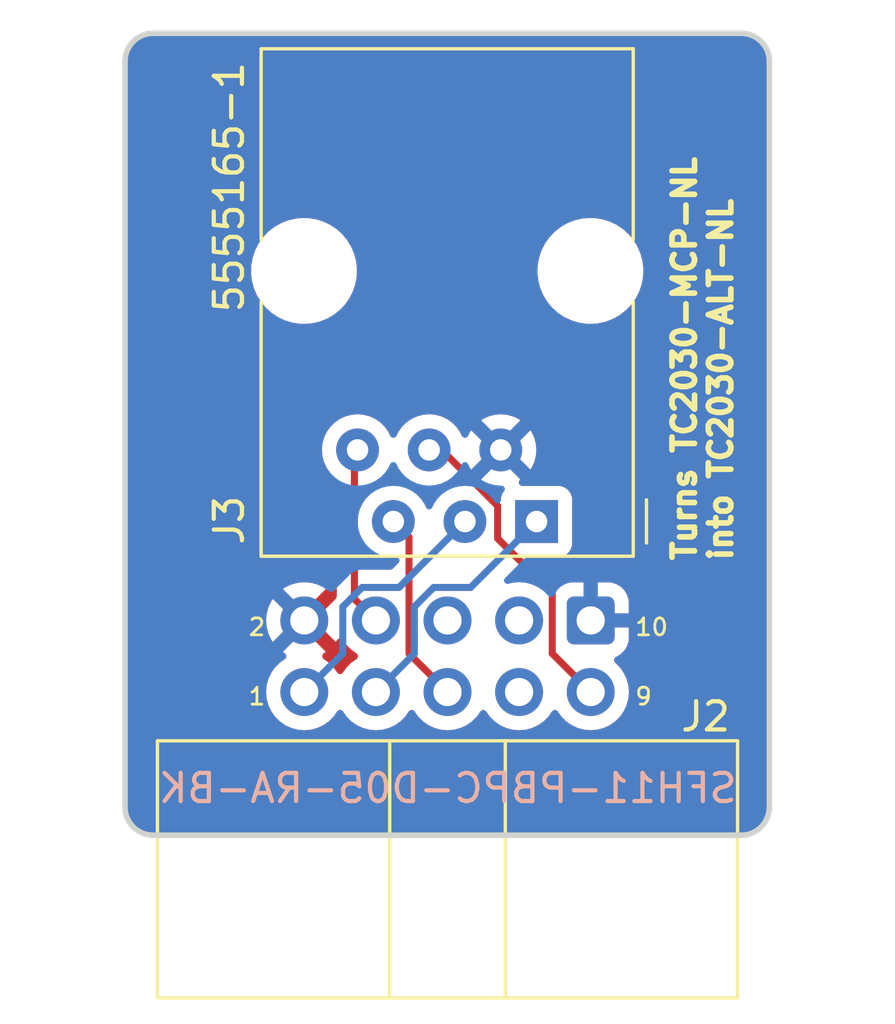
<source format=kicad_pcb>
(kicad_pcb (version 20221018) (generator pcbnew)
  (layers (0 "F.Cu" signal) (31 "B.Cu" signal) (34 "B.Paste" user) (35 "F.Paste" user) (36 "B.SilkS" user "B.Silkscreen") (37 "F.SilkS" user "F.Silkscreen") (38 "B.Mask" user) (39 "F.Mask" user) (44 "Edge.Cuts" user))
  (net 0 "")
  (net 1 "GND")
  (net 2 "TCLK")
  (net 3 "TDO")
  (net 4 "TMS")
  (net 5 "TDI")
  (net 6 "VREF")
  (footprint "Connector_IDC:IDC-Header_2x05_P2.54mm_Horizontal" (layer "F.Cu") (at 25.908 6.723 -90)
    (fp_text reference "J2" (at -2.8035 -9.154858 -180) (layer "F.SilkS"))
    (fp_text value "SFH11-PBPC-D05-RA-BK" (at -0.2635 -0.010858 -180) (layer "B.SilkS") (effects (justify mirror)))
    (fp_line (start -1.945 -10.29) (end 7.175 -10.29) (stroke (width 0.12)) (layer "F.SilkS"))
    (fp_line (start -1.945 -2.05) (end 7.175 -2.05) (stroke (width 0.12)) (layer "F.SilkS"))
    (fp_line (start -1.945 2.05) (end 7.175 2.05) (stroke (width 0.12)) (layer "F.SilkS"))
    (fp_line (start -1.945 10.29) (end -1.945 -10.29) (stroke (width 0.12)) (layer "F.SilkS"))
    (fp_line (start 7.175 -10.29) (end 7.175 10.29) (stroke (width 0.12)) (layer "F.SilkS"))
    (fp_line (start 7.175 10.29) (end -1.945 10.29) (stroke (width 0.12)) (layer "F.SilkS"))
    (pad "1" thru_hole roundrect (at -6.215 -5.08 270) (size 1.7 1.7) (drill 1) (layers "*.Cu" "*.Mask") (roundrect_rratio 0.147059) (net 1 "GND"))
    (pad "2" thru_hole circle (at -3.675 -5.08 270) (size 1.7 1.7) (drill 1) (layers "*.Cu" "*.Mask") (net 5 "TDI"))
    (pad "3" thru_hole circle (at -6.215 -2.54 270) (size 1.7 1.7) (drill 1) (layers "*.Cu" "*.Mask"))
    (pad "4" thru_hole circle (at -3.675 -2.54 270) (size 1.7 1.7) (drill 1) (layers "*.Cu" "*.Mask"))
    (pad "5" thru_hole circle (at -6.215 0 270) (size 1.7 1.7) (drill 1) (layers "*.Cu" "*.Mask"))
    (pad "6" thru_hole circle (at -3.675 0 270) (size 1.7 1.7) (drill 1) (layers "*.Cu" "*.Mask") (net 4 "TMS"))
    (pad "7" thru_hole circle (at -6.215 2.54 270) (size 1.7 1.7) (drill 1) (layers "*.Cu" "*.Mask") (net 6 "VREF"))
    (pad "8" thru_hole circle (at -3.675 2.54 270) (size 1.7 1.7) (drill 1) (layers "*.Cu" "*.Mask") (net 3 "TDO"))
    (pad "9" thru_hole circle (at -6.215 5.08 270) (size 1.7 1.7) (drill 1) (layers "*.Cu" "*.Mask") (net 1 "GND"))
    (pad "10" thru_hole circle (at -3.675 5.08 270) (size 1.7 1.7) (drill 1) (layers "*.Cu" "*.Mask") (net 2 "TCLK"))
  )
  (footprint "biolite-kicad-lib:CONN_RJ12" (layer "F.Cu") (at 29.067142 -3 180)
    (fp_text reference "J3" hide)
    (fp_text value "5555165-1" (at 10.906142 11.859 90) (layer "F.SilkS"))
    (fp_text user "${REFERENCE}" (at 10.906142 0.048 90) (layer "F.SilkS"))
    (fp_line (start -3.9 0.77) (end -3.9 -0.76) (stroke (width 0.12)) (layer "F.SilkS"))
    (fp_line (start -3.43 -1.23) (end 9.77 -1.23) (stroke (width 0.12)) (layer "F.SilkS"))
    (fp_line (start -3.43 7.72) (end -3.43 7.79) (stroke (width 0.1)) (layer "F.SilkS"))
    (fp_line (start -3.43 7.79) (end -3.43 -1.23) (stroke (width 0.12)) (layer "F.SilkS"))
    (fp_line (start -3.43 16.77) (end -3.43 9.99) (stroke (width 0.12)) (layer "F.SilkS"))
    (fp_line (start 9.77 -1.23) (end 9.77 7.79) (stroke (width 0.12)) (layer "F.SilkS"))
    (fp_line (start 9.77 16.65) (end 9.77 16.77) (stroke (width 0.1)) (layer "F.SilkS"))
    (fp_line (start 9.77 16.76) (end 9.77 16.77) (stroke (width 0.1)) (layer "F.SilkS"))
    (fp_line (start 9.77 16.77) (end -3.43 16.77) (stroke (width 0.12)) (layer "F.SilkS"))
    (fp_line (start 9.77 16.77) (end 9.77 9.99) (stroke (width 0.12)) (layer "F.SilkS"))
    (pad "" np_thru_hole circle locked (at -1.91 8.89 180) (size 3.25 3.25) (drill 3.25) (layers "*.Cu" "*.Mask"))
    (pad "" np_thru_hole circle locked (at 8.25 8.89 180) (size 3.25 3.25) (drill 3.25) (layers "*.Cu" "*.Mask"))
    (pad "1" thru_hole rect locked (at 0 0 180) (size 1.52 1.52) (drill 0.76) (layers "*.Cu" "*.Mask") (net 3 "TDO"))
    (pad "2" thru_hole circle locked (at 1.27 2.54 180) (size 1.52 1.52) (drill 0.76) (layers "*.Cu" "*.Mask") (net 1 "GND"))
    (pad "3" thru_hole circle locked (at 2.54 0 180) (size 1.52 1.52) (drill 0.76) (layers "*.Cu" "*.Mask") (net 2 "TCLK"))
    (pad "4" thru_hole circle locked (at 3.81 2.54 180) (size 1.52 1.52) (drill 0.76) (layers "*.Cu" "*.Mask") (net 5 "TDI"))
    (pad "5" thru_hole circle locked (at 5.08 0 180) (size 1.52 1.52) (drill 0.76) (layers "*.Cu" "*.Mask") (net 4 "TMS"))
    (pad "6" thru_hole circle locked (at 6.35 2.54 180) (size 1.52 1.52) (drill 0.76) (layers "*.Cu" "*.Mask") (net 6 "VREF"))
  )
  (gr_line (start 14.467142 7.128) (end 14.467142 -19.32) (stroke (width 0.2)) (layer "Edge.Cuts"))
  (gr_line (start 37.327142 -19.32) (end 37.327142 7.128) (stroke (width 0.2)) (layer "Edge.Cuts"))
  (gr_line (start 15.467142 -20.32) (end 36.327142 -20.32) (stroke (width 0.2)) (layer "Edge.Cuts"))
  (gr_arc (start 15.467142 8.128) (mid 14.760008 7.835122) (end 14.467142 7.128) (stroke (width 0.2)) (layer "Edge.Cuts"))
  (gr_arc (start 36.327142 -20.32) (mid 37.034249 -20.027107) (end 37.327142 -19.32) (stroke (width 0.2)) (layer "Edge.Cuts"))
  (gr_arc (start 37.327142 7.128) (mid 37.034251 7.835122) (end 36.327142 8.128) (stroke (width 0.2)) (layer "Edge.Cuts"))
  (gr_arc (start 14.467142 -19.32) (mid 14.760035 -20.027107) (end 15.467142 -20.32) (stroke (width 0.2)) (layer "Edge.Cuts"))
  (gr_line (start 36.327142 8.128) (end 15.467142 8.128) (stroke (width 0.2)) (layer "Edge.Cuts"))
  (gr_text "10" (at 32.512 1.097) (layer "F.SilkS") (effects (font (size 0.6 0.6) (thickness 0.1) bold) (justify left bottom)))
  (gr_text "1" (at 18.796 3.556) (layer "F.SilkS") (effects (font (size 0.6 0.6) (thickness 0.1) bold) (justify left bottom)))
  (gr_text "Turns TC2030-MCP-NL\ninto TC2030-ALT-NL" (at 36.068 -1.524 90) (layer "F.SilkS") (effects (font (size 0.8 0.8) (thickness 0.2) bold) (justify left bottom)))
  (gr_text "9" (at 32.512 3.556) (layer "F.SilkS") (effects (font (size 0.6 0.6) (thickness 0.1) bold) (justify left bottom)))
  (gr_text "2" (at 18.796 1.097) (layer "F.SilkS") (effects (font (size 0.6 0.6) (thickness 0.1) bold) (justify left bottom)))
  (segment (start 24.189486 -0.662344) (end 26.527142 -3) (width 0.25) (layer "B.Cu") (net 2))
  (segment (start 22.193 0.022946) (end 22.87829 -0.662344) (width 0.25) (layer "B.Cu") (net 2))
  (segment (start 22.193 1.683) (end 22.193 0.022946) (width 0.25) (layer "B.Cu") (net 2))
  (segment (start 22.87829 -0.662344) (end 24.189486 -0.662344) (width 0.25) (layer "B.Cu") (net 2))
  (segment (start 20.828 3.048) (end 22.193 1.683) (width 0.25) (layer "B.Cu") (net 2))
  (segment (start 26.729486 -0.662344) (end 29.067142 -3) (width 0.25) (layer "B.Cu") (net 3))
  (segment (start 25.41829 -0.662344) (end 26.729486 -0.662344) (width 0.25) (layer "B.Cu") (net 3))
  (segment (start 23.368 3.048) (end 24.733 1.683) (width 0.25) (layer "B.Cu") (net 3))
  (segment (start 24.733 1.683) (end 24.733 0.022946) (width 0.25) (layer "B.Cu") (net 3))
  (segment (start 24.733 0.022946) (end 25.41829 -0.662344) (width 0.25) (layer "B.Cu") (net 3))
  (segment (start 24.543 1.683) (end 24.543 -2.444142) (width 0.25) (layer "F.Cu") (net 4))
  (segment (start 25.908 3.048) (end 24.543 1.683) (width 0.25) (layer "F.Cu") (net 4))
  (segment (start 24.543 -2.444142) (end 23.987142 -3) (width 0.25) (layer "F.Cu") (net 4))
  (segment (start 29.623 1.683) (end 29.623 -0.464522) (width 0.25) (layer "F.Cu") (net 5))
  (segment (start 30.988 3.048) (end 29.623 1.683) (width 0.25) (layer "F.Cu") (net 5))
  (segment (start 29.623 -0.464522) (end 27.686 -2.401522) (width 0.25) (layer "F.Cu") (net 5))
  (segment (start 27.686 -2.401522) (end 27.686 -3.556) (width 0.25) (layer "F.Cu") (net 5))
  (segment (start 27.686 -3.556) (end 25.702 -5.54) (width 0.25) (layer "F.Cu") (net 5))
  (segment (start 25.702 -5.54) (end 25.257142 -5.54) (width 0.25) (layer "F.Cu") (net 5))
  (segment (start 22.606 -5.428858) (end 22.717142 -5.54) (width 0.25) (layer "F.Cu") (net 6))
  (segment (start 23.368 0.508) (end 22.606 -0.254) (width 0.25) (layer "F.Cu") (net 6))
  (segment (start 22.606 -0.254) (end 22.606 -5.428858) (width 0.25) (layer "F.Cu") (net 6))
  (zone (net 1) (net_name "GND") (layers "F&B.Cu") (connect_pads (clearance 0.5)) (min_thickness 0.25) (fill yes (thermal_gap 0.5) (thermal_bridge_width 0.5))
    (polygon (pts (xy 10.033 -21.5) (xy 41.804 -21.5) (xy 41.804 14.833) (xy 10.033 14.833)))
  )
)
</source>
